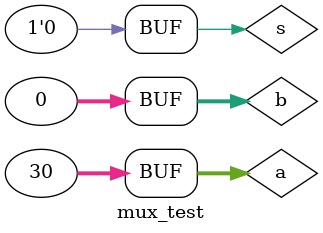
<source format=v>
`timescale 1ns / 1ps

`include "mux64_32.v"
module mux_test;

	// Inputs
	reg [31:0] a;
	reg [31:0] b;
	reg s;

	// Outputs
	wire [31:0] c;

	// Instantiate the Unit Under Test (UUT)
		initial begin
		$dumpfile("mux_test.vcd");
		$dumpvars(0, mux_test);
	end
	mux64_32 uut (
		.a(a), 
		.b(b), 
		.s(s), 
		.c(c)
	);

	initial begin
		// Initialize Inputs
		a = 0;
		b = 40;
		s = 1;

		// Wait 100 ns for global reset to finish
		#100;
        
		a = 30;
		b = 0;
		s = 0;

		// Wait 100 ns for global reset to finish
		#100;

	end
      
endmodule


</source>
